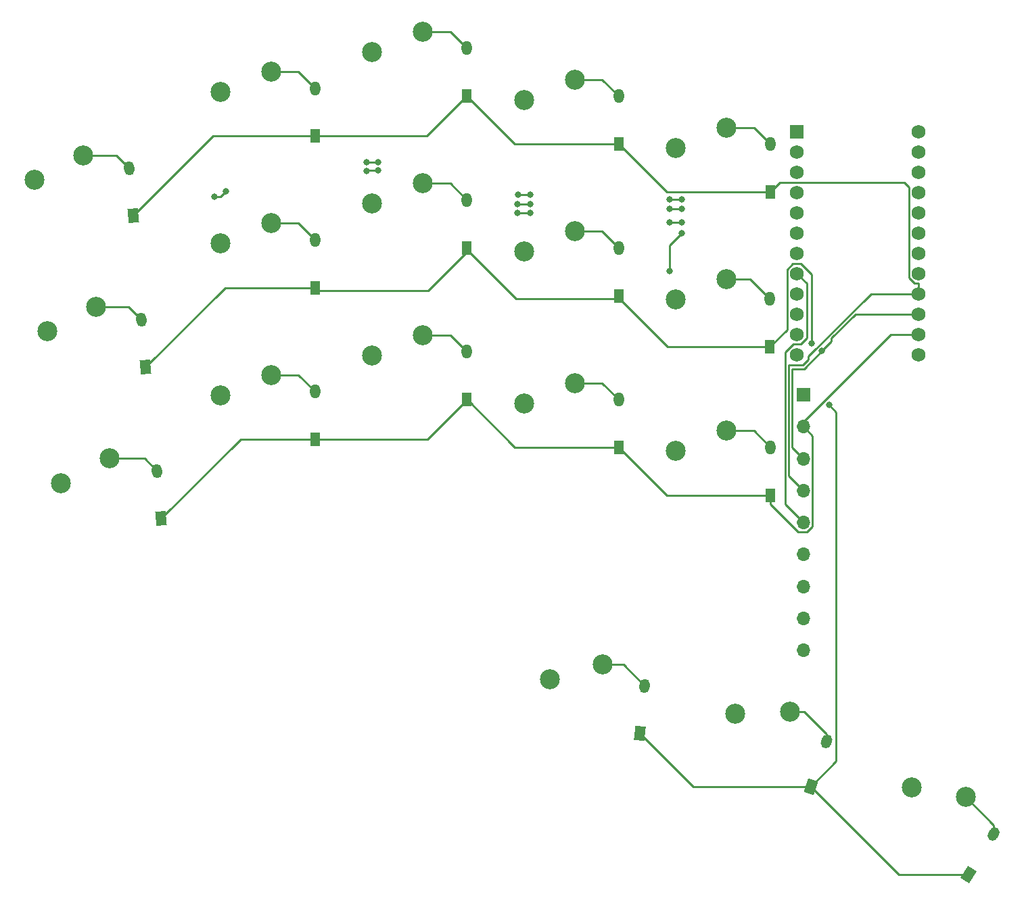
<source format=gtl>
G04 #@! TF.GenerationSoftware,KiCad,Pcbnew,7.0.7*
G04 #@! TF.CreationDate,2023-11-26T11:13:30-07:00*
G04 #@! TF.ProjectId,TypeStationX,54797065-5374-4617-9469-6f6e582e6b69,rev?*
G04 #@! TF.SameCoordinates,Original*
G04 #@! TF.FileFunction,Copper,L1,Top*
G04 #@! TF.FilePolarity,Positive*
%FSLAX46Y46*%
G04 Gerber Fmt 4.6, Leading zero omitted, Abs format (unit mm)*
G04 Created by KiCad (PCBNEW 7.0.7) date 2023-11-26 11:13:30*
%MOMM*%
%LPD*%
G01*
G04 APERTURE LIST*
G04 Aperture macros list*
%AMHorizOval*
0 Thick line with rounded ends*
0 $1 width*
0 $2 $3 position (X,Y) of the first rounded end (center of the circle)*
0 $4 $5 position (X,Y) of the second rounded end (center of the circle)*
0 Add line between two ends*
20,1,$1,$2,$3,$4,$5,0*
0 Add two circle primitives to create the rounded ends*
1,1,$1,$2,$3*
1,1,$1,$4,$5*%
%AMRotRect*
0 Rectangle, with rotation*
0 The origin of the aperture is its center*
0 $1 length*
0 $2 width*
0 $3 Rotation angle, in degrees counterclockwise*
0 Add horizontal line*
21,1,$1,$2,0,0,$3*%
G04 Aperture macros list end*
G04 #@! TA.AperFunction,ComponentPad*
%ADD10C,2.500000*%
G04 #@! TD*
G04 #@! TA.AperFunction,ComponentPad*
%ADD11R,1.700000X1.700000*%
G04 #@! TD*
G04 #@! TA.AperFunction,ComponentPad*
%ADD12O,1.700000X1.700000*%
G04 #@! TD*
G04 #@! TA.AperFunction,ComponentPad*
%ADD13R,1.752600X1.752600*%
G04 #@! TD*
G04 #@! TA.AperFunction,ComponentPad*
%ADD14C,1.752600*%
G04 #@! TD*
G04 #@! TA.AperFunction,ComponentPad*
%ADD15R,1.300000X1.778000*%
G04 #@! TD*
G04 #@! TA.AperFunction,ComponentPad*
%ADD16O,1.300000X1.778000*%
G04 #@! TD*
G04 #@! TA.AperFunction,ComponentPad*
%ADD17RotRect,1.778000X1.300000X95.000000*%
G04 #@! TD*
G04 #@! TA.AperFunction,ComponentPad*
%ADD18HorizOval,1.300000X-0.020830X0.238091X0.020830X-0.238091X0*%
G04 #@! TD*
G04 #@! TA.AperFunction,ComponentPad*
%ADD19RotRect,1.778000X1.300000X84.000000*%
G04 #@! TD*
G04 #@! TA.AperFunction,ComponentPad*
%ADD20HorizOval,1.300000X0.024982X0.237691X-0.024982X-0.237691X0*%
G04 #@! TD*
G04 #@! TA.AperFunction,ComponentPad*
%ADD21RotRect,1.778000X1.300000X71.000000*%
G04 #@! TD*
G04 #@! TA.AperFunction,ComponentPad*
%ADD22HorizOval,1.300000X0.077811X0.225979X-0.077811X-0.225979X0*%
G04 #@! TD*
G04 #@! TA.AperFunction,ComponentPad*
%ADD23RotRect,1.778000X1.300000X58.000000*%
G04 #@! TD*
G04 #@! TA.AperFunction,ComponentPad*
%ADD24HorizOval,1.300000X0.126651X0.202683X-0.126651X-0.202683X0*%
G04 #@! TD*
G04 #@! TA.AperFunction,ViaPad*
%ADD25C,0.800000*%
G04 #@! TD*
G04 #@! TA.AperFunction,Conductor*
%ADD26C,0.250000*%
G04 #@! TD*
G04 APERTURE END LIST*
D10*
X58037381Y-68063631D03*
X64387381Y-65523631D03*
X77037381Y-74063631D03*
X83387381Y-71523631D03*
X17394293Y-84076908D03*
X23498753Y-80993134D03*
X39037381Y-73063631D03*
X45387381Y-70523631D03*
X39037381Y-92063631D03*
X45387381Y-89523631D03*
X15757016Y-65107143D03*
X21861476Y-62023369D03*
X58037381Y-49063631D03*
X64387381Y-46523631D03*
X80318702Y-127667700D03*
X86899418Y-125805370D03*
X77037381Y-55063631D03*
X83387381Y-52523631D03*
X125590908Y-141162005D03*
X132322008Y-142372951D03*
X39037381Y-54063631D03*
X45387381Y-51523631D03*
X103485469Y-131999153D03*
X110316455Y-131664894D03*
D11*
X112000000Y-92000000D03*
D12*
X112000000Y-96000000D03*
X112000000Y-100000000D03*
X112000000Y-104000000D03*
X112000000Y-108000000D03*
X112000000Y-112000000D03*
X112000000Y-116000000D03*
X112000000Y-120000000D03*
X112000000Y-124000000D03*
D10*
X19042924Y-103065448D03*
X25147384Y-99981674D03*
X96037381Y-80063631D03*
X102387381Y-77523631D03*
X96037381Y-61063631D03*
X102387381Y-58523631D03*
X77037381Y-93063631D03*
X83387381Y-90523631D03*
X58037381Y-87063631D03*
X64387381Y-84523631D03*
X96037381Y-99063631D03*
X102387381Y-96523631D03*
D13*
X111180000Y-59030000D03*
D14*
X111180000Y-61570000D03*
X111180000Y-64110000D03*
X111180000Y-66650000D03*
X111180000Y-69190000D03*
X111180000Y-71730000D03*
X111180000Y-74270000D03*
X111180000Y-76810000D03*
X111180000Y-79350000D03*
X111180000Y-81890000D03*
X111180000Y-84430000D03*
X111180000Y-86970000D03*
X126420000Y-86970000D03*
X126420000Y-84430000D03*
X126420000Y-81890000D03*
X126420000Y-79350000D03*
X126420000Y-76810000D03*
X126420000Y-74270000D03*
X126420000Y-71730000D03*
X126420000Y-69190000D03*
X126420000Y-66650000D03*
X126420000Y-64110000D03*
X126420000Y-61570000D03*
X126420000Y-59030000D03*
D15*
X88900000Y-98603631D03*
D16*
X88900000Y-92603631D03*
D15*
X88900000Y-60603631D03*
D16*
X88900000Y-54603631D03*
D17*
X29644424Y-88566322D03*
D18*
X29121490Y-82589154D03*
D19*
X91540064Y-134417629D03*
D20*
X92167234Y-128450497D03*
D15*
X50900000Y-78603631D03*
D16*
X50900000Y-72603631D03*
D15*
X69900000Y-92603631D03*
D16*
X69900000Y-86603631D03*
D17*
X28161467Y-69588584D03*
D18*
X27638533Y-63611416D03*
D21*
X112934272Y-141111856D03*
D22*
X114887680Y-135438744D03*
D15*
X107823227Y-85999079D03*
D16*
X107823227Y-79999079D03*
D15*
X107900000Y-66600000D03*
D16*
X107900000Y-60600000D03*
D15*
X107900000Y-104603631D03*
D16*
X107900000Y-98603631D03*
D15*
X50900000Y-97600000D03*
D16*
X50900000Y-91600000D03*
D15*
X69900000Y-73603631D03*
D16*
X69900000Y-67603631D03*
D15*
X50900000Y-59600000D03*
D16*
X50900000Y-53600000D03*
D15*
X88900000Y-79603631D03*
D16*
X88900000Y-73603631D03*
D23*
X132670603Y-152118538D03*
D24*
X135850119Y-147030250D03*
D17*
X31640760Y-107524442D03*
D18*
X31117826Y-101547274D03*
D15*
X69900000Y-54603631D03*
D16*
X69900000Y-48603631D03*
D25*
X114341425Y-86517277D03*
X113023227Y-85599079D03*
X115223227Y-93299079D03*
X76312881Y-66899079D03*
X77823227Y-66899079D03*
X96823227Y-67499079D03*
X57312881Y-62899079D03*
X58823227Y-62899079D03*
X38312881Y-67199079D03*
X95312881Y-67499079D03*
X39761881Y-66499079D03*
X77823227Y-68099079D03*
X95312881Y-68699079D03*
X57312881Y-63999079D03*
X76223227Y-68099079D03*
X96823227Y-68699079D03*
X58761881Y-63899079D03*
X95312881Y-70399079D03*
X76223227Y-69199079D03*
X96761881Y-70399079D03*
X77823227Y-69199079D03*
X96761881Y-71799079D03*
X95312881Y-76499079D03*
D26*
X110173227Y-88299079D02*
X111923227Y-88299079D01*
X112623227Y-87599079D02*
X112623227Y-87199079D01*
X50900000Y-59600000D02*
X64903631Y-59600000D01*
X125218700Y-77307595D02*
X125922405Y-78011300D01*
X112623227Y-87199079D02*
X120472306Y-79350000D01*
X64903631Y-59600000D02*
X69900000Y-54603631D01*
X38150051Y-59600000D02*
X50900000Y-59600000D01*
X94896369Y-66600000D02*
X88900000Y-60603631D01*
X125922405Y-78011300D02*
X126420000Y-78011300D01*
X109051300Y-65448700D02*
X124672848Y-65448700D01*
X112000000Y-104000000D02*
X110173227Y-102173227D01*
X107900000Y-66600000D02*
X109051300Y-65448700D01*
X110173227Y-102173227D02*
X110173227Y-88299079D01*
X28161467Y-69588584D02*
X38150051Y-59600000D01*
X88900000Y-60603631D02*
X75900000Y-60603631D01*
X124672848Y-65448700D02*
X125218700Y-65994552D01*
X111923227Y-88299079D02*
X112623227Y-87599079D01*
X107900000Y-66600000D02*
X94896369Y-66600000D01*
X120472306Y-79350000D02*
X126420000Y-79350000D01*
X126420000Y-78011300D02*
X126420000Y-79350000D01*
X75900000Y-60603631D02*
X69900000Y-54603631D01*
X125218700Y-65994552D02*
X125218700Y-77307595D01*
X26050486Y-62023369D02*
X27638533Y-63611416D01*
X21861476Y-62023369D02*
X26050486Y-62023369D01*
X45387381Y-51523631D02*
X48823631Y-51523631D01*
X48823631Y-51523631D02*
X50900000Y-53600000D01*
X64387381Y-46523631D02*
X67820000Y-46523631D01*
X67820000Y-46523631D02*
X69900000Y-48603631D01*
X86820000Y-52523631D02*
X88900000Y-54603631D01*
X83387381Y-52523631D02*
X86820000Y-52523631D01*
X102387381Y-58523631D02*
X105823631Y-58523631D01*
X105823631Y-58523631D02*
X107900000Y-60600000D01*
X107823227Y-85999079D02*
X95019596Y-85999079D01*
X113023227Y-76954332D02*
X113023227Y-85599079D01*
X95019596Y-85999079D02*
X89023227Y-80002710D01*
X110673227Y-88749079D02*
X110623227Y-88799079D01*
X110623227Y-88799079D02*
X110623227Y-98623227D01*
X110623227Y-98623227D02*
X112000000Y-100000000D01*
X118568702Y-81890000D02*
X115541425Y-84917277D01*
X109978700Y-76312405D02*
X110682405Y-75608700D01*
X112109623Y-88749079D02*
X110673227Y-88749079D01*
X76023227Y-80002710D02*
X70023227Y-74002710D01*
X109978700Y-83843606D02*
X109978700Y-76312405D01*
X110682405Y-75608700D02*
X111677595Y-75608700D01*
X115541425Y-84917277D02*
X115541425Y-85317277D01*
X39607115Y-78603631D02*
X29644424Y-88566322D01*
X111677595Y-75608700D02*
X113023227Y-76954332D01*
X107823227Y-85999079D02*
X109978700Y-83843606D01*
X89023227Y-80002710D02*
X76023227Y-80002710D01*
X65026858Y-78999079D02*
X51023227Y-78999079D01*
X126420000Y-81890000D02*
X118568702Y-81890000D01*
X114341425Y-86517277D02*
X112109623Y-88749079D01*
X70023227Y-74002710D02*
X65026858Y-78999079D01*
X50900000Y-78603631D02*
X39607115Y-78603631D01*
X115541425Y-85317277D02*
X114341425Y-86517277D01*
X27525470Y-80993134D02*
X29121490Y-82589154D01*
X23498753Y-80993134D02*
X27525470Y-80993134D01*
X48820000Y-70523631D02*
X50900000Y-72603631D01*
X45387381Y-70523631D02*
X48820000Y-70523631D01*
X67820000Y-65523631D02*
X69900000Y-67603631D01*
X64387381Y-65523631D02*
X67820000Y-65523631D01*
X86820000Y-71523631D02*
X88900000Y-73603631D01*
X83387381Y-71523631D02*
X86820000Y-71523631D01*
X105347779Y-77523631D02*
X102387381Y-77523631D01*
X107823227Y-79999079D02*
X105347779Y-77523631D01*
X122993223Y-84430000D02*
X126420000Y-84430000D01*
X112000000Y-95423223D02*
X122993223Y-84430000D01*
X107900000Y-105742631D02*
X111332369Y-109175000D01*
X107900000Y-104603631D02*
X107900000Y-105742631D01*
X50923227Y-97599079D02*
X64926858Y-97599079D01*
X64926858Y-97599079D02*
X69923227Y-92602710D01*
X75923227Y-98602710D02*
X69923227Y-92602710D01*
X88923227Y-98602710D02*
X75923227Y-98602710D01*
X94919596Y-104599079D02*
X88923227Y-98602710D01*
X111332369Y-109175000D02*
X112486701Y-109175000D01*
X107923227Y-104599079D02*
X94919596Y-104599079D01*
X113175000Y-97175000D02*
X112000000Y-96000000D01*
X112486701Y-109175000D02*
X113175000Y-108486701D01*
X113175000Y-108486701D02*
X113175000Y-97175000D01*
X31640760Y-107524442D02*
X41565202Y-97600000D01*
X41565202Y-97600000D02*
X50900000Y-97600000D01*
X112000000Y-96000000D02*
X112000000Y-95423223D01*
X29552226Y-99981674D02*
X31117826Y-101547274D01*
X25147384Y-99981674D02*
X29552226Y-99981674D01*
X48823631Y-89523631D02*
X50900000Y-91600000D01*
X45387381Y-89523631D02*
X48823631Y-89523631D01*
X64387381Y-84523631D02*
X67820000Y-84523631D01*
X67820000Y-84523631D02*
X69900000Y-86603631D01*
X86820000Y-90523631D02*
X88900000Y-92603631D01*
X83387381Y-90523631D02*
X86820000Y-90523631D01*
X102387381Y-96523631D02*
X105820000Y-96523631D01*
X105820000Y-96523631D02*
X107900000Y-98603631D01*
X116123227Y-137922901D02*
X116123227Y-94199079D01*
X123940954Y-152118538D02*
X132670603Y-152118538D01*
X91540064Y-134417629D02*
X98234291Y-141111856D01*
X112934272Y-141111856D02*
X123940954Y-152118538D01*
X116123227Y-94199079D02*
X115223227Y-93299079D01*
X98234291Y-141111856D02*
X112934272Y-141111856D01*
X112934272Y-141111856D02*
X116123227Y-137922901D01*
X86899418Y-125805370D02*
X89522107Y-125805370D01*
X89522107Y-125805370D02*
X92167234Y-128450497D01*
X112089042Y-131664894D02*
X110316455Y-131664894D01*
X114887680Y-135438744D02*
X114887680Y-134463532D01*
X114887680Y-134463532D02*
X112089042Y-131664894D01*
X135850119Y-145901062D02*
X135850119Y-147030250D01*
X132322008Y-142372951D02*
X135850119Y-145901062D01*
X112423227Y-78053227D02*
X111180000Y-76810000D01*
X112423227Y-84885668D02*
X112423227Y-78053227D01*
X109723227Y-105723227D02*
X109723227Y-86699079D01*
X111677595Y-85631300D02*
X112423227Y-84885668D01*
X110791006Y-85631300D02*
X111677595Y-85631300D01*
X112000000Y-108000000D02*
X109723227Y-105723227D01*
X109723227Y-86699079D02*
X110791006Y-85631300D01*
X77823227Y-66899079D02*
X76312881Y-66899079D01*
X57312881Y-62899079D02*
X58823227Y-62899079D01*
X39061881Y-67199079D02*
X39761881Y-66499079D01*
X38312881Y-67199079D02*
X39061881Y-67199079D01*
X96823227Y-67499079D02*
X95312881Y-67499079D01*
X77823227Y-68099079D02*
X76223227Y-68099079D01*
X58761881Y-63899079D02*
X57412881Y-63899079D01*
X57412881Y-63899079D02*
X57312881Y-63999079D01*
X96823227Y-68699079D02*
X95312881Y-68699079D01*
X96761881Y-70399079D02*
X95312881Y-70399079D01*
X77823227Y-69199079D02*
X76223227Y-69199079D01*
X96761881Y-71799079D02*
X95312881Y-73248079D01*
X95312881Y-73248079D02*
X95312881Y-76499079D01*
M02*

</source>
